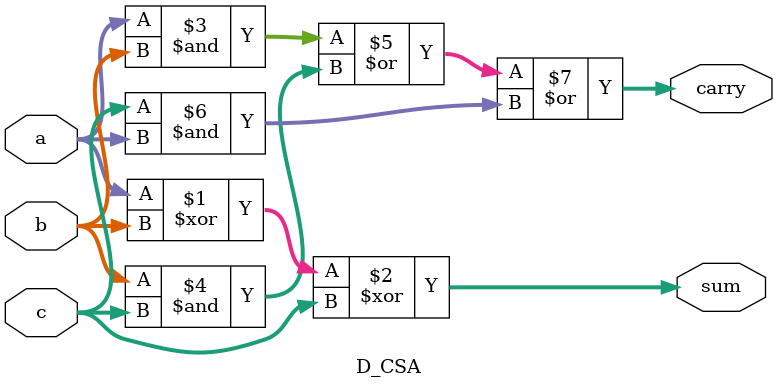
<source format=v>
module D_CSA (
    input  [26:0] a,     // 27-bit input
    input  [26:0] b,     // 27-bit input
    input  [26:0] c,     // 27-bit input
    output [26:0] sum,   // Sum result
    output [26:0] carry  // Carry result
);

    assign sum = a ^ b ^ c;        // Sum without carry propagation
    assign carry = (a & b) | (b & c) | (c & a);  // Carry propagation

endmodule

</source>
